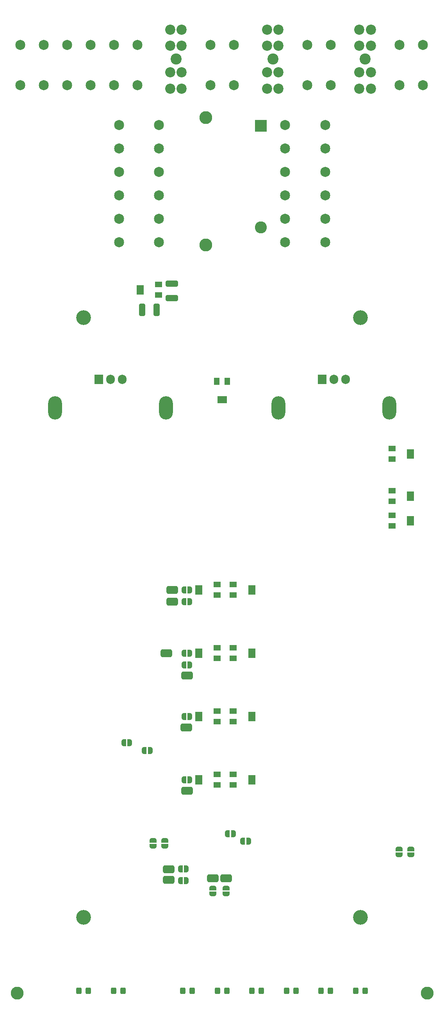
<source format=gbr>
%TF.GenerationSoftware,KiCad,Pcbnew,8.0.2*%
%TF.CreationDate,2024-12-14T16:11:44+01:00*%
%TF.ProjectId,pss_baseboard,7073735f-6261-4736-9562-6f6172642e6b,1.0.0*%
%TF.SameCoordinates,Original*%
%TF.FileFunction,Soldermask,Top*%
%TF.FilePolarity,Negative*%
%FSLAX46Y46*%
G04 Gerber Fmt 4.6, Leading zero omitted, Abs format (unit mm)*
G04 Created by KiCad (PCBNEW 8.0.2) date 2024-12-14 16:11:44*
%MOMM*%
%LPD*%
G01*
G04 APERTURE LIST*
G04 Aperture macros list*
%AMRoundRect*
0 Rectangle with rounded corners*
0 $1 Rounding radius*
0 $2 $3 $4 $5 $6 $7 $8 $9 X,Y pos of 4 corners*
0 Add a 4 corners polygon primitive as box body*
4,1,4,$2,$3,$4,$5,$6,$7,$8,$9,$2,$3,0*
0 Add four circle primitives for the rounded corners*
1,1,$1+$1,$2,$3*
1,1,$1+$1,$4,$5*
1,1,$1+$1,$6,$7*
1,1,$1+$1,$8,$9*
0 Add four rect primitives between the rounded corners*
20,1,$1+$1,$2,$3,$4,$5,0*
20,1,$1+$1,$4,$5,$6,$7,0*
20,1,$1+$1,$6,$7,$8,$9,0*
20,1,$1+$1,$8,$9,$2,$3,0*%
%AMFreePoly0*
4,1,19,0.500000,-0.750000,0.000000,-0.750000,0.000000,-0.744911,-0.071157,-0.744911,-0.207708,-0.704816,-0.327430,-0.627875,-0.420627,-0.520320,-0.479746,-0.390866,-0.500000,-0.250000,-0.500000,0.250000,-0.479746,0.390866,-0.420627,0.520320,-0.327430,0.627875,-0.207708,0.704816,-0.071157,0.744911,0.000000,0.744911,0.000000,0.750000,0.500000,0.750000,0.500000,-0.750000,0.500000,-0.750000,
$1*%
%AMFreePoly1*
4,1,19,0.000000,0.744911,0.071157,0.744911,0.207708,0.704816,0.327430,0.627875,0.420627,0.520320,0.479746,0.390866,0.500000,0.250000,0.500000,-0.250000,0.479746,-0.390866,0.420627,-0.520320,0.327430,-0.627875,0.207708,-0.704816,0.071157,-0.744911,0.000000,-0.744911,0.000000,-0.750000,-0.500000,-0.750000,-0.500000,0.750000,0.000000,0.750000,0.000000,0.744911,0.000000,0.744911,
$1*%
G04 Aperture macros list end*
%ADD10R,1.600000X1.300000*%
%ADD11R,1.600000X2.000000*%
%ADD12C,2.800000*%
%ADD13R,2.600000X2.600000*%
%ADD14C,2.600000*%
%ADD15RoundRect,0.250000X0.325000X0.450000X-0.325000X0.450000X-0.325000X-0.450000X0.325000X-0.450000X0*%
%ADD16C,3.200000*%
%ADD17FreePoly0,270.000000*%
%ADD18FreePoly1,270.000000*%
%ADD19R,1.905000X2.000000*%
%ADD20O,1.905000X2.000000*%
%ADD21O,3.000000X5.050000*%
%ADD22RoundRect,0.250000X-1.075000X0.400000X-1.075000X-0.400000X1.075000X-0.400000X1.075000X0.400000X0*%
%ADD23FreePoly0,180.000000*%
%ADD24FreePoly1,180.000000*%
%ADD25RoundRect,0.426829X-0.823171X-0.448171X0.823171X-0.448171X0.823171X0.448171X-0.823171X0.448171X0*%
%ADD26FreePoly0,0.000000*%
%ADD27FreePoly1,0.000000*%
%ADD28C,2.162000*%
%ADD29RoundRect,0.426829X0.823171X0.448171X-0.823171X0.448171X-0.823171X-0.448171X0.823171X-0.448171X0*%
%ADD30C,2.400000*%
%ADD31C,2.200000*%
%ADD32RoundRect,0.250000X0.400000X1.075000X-0.400000X1.075000X-0.400000X-1.075000X0.400000X-1.075000X0*%
%ADD33R,1.300000X1.600000*%
%ADD34R,2.000000X1.600000*%
G04 APERTURE END LIST*
D10*
%TO.C,RV1202*%
X212445000Y-163898000D03*
D11*
X216445000Y-162748000D03*
D10*
X212445000Y-161598000D03*
%TD*%
D12*
%TO.C,K3501*%
X206447500Y-46700000D03*
X206447500Y-74300000D03*
D13*
X218447500Y-48500000D03*
D14*
X218447500Y-70500000D03*
%TD*%
D15*
%TO.C,D802*%
X211025000Y-235900000D03*
X208975000Y-235900000D03*
%TD*%
D10*
%TO.C,RV1001*%
X208913000Y-189030000D03*
D11*
X204913000Y-190180000D03*
D10*
X208913000Y-191330000D03*
%TD*%
%TO.C,RV1201*%
X208913000Y-161598000D03*
D11*
X204913000Y-162748000D03*
D10*
X208913000Y-163898000D03*
%TD*%
D15*
%TO.C,D803*%
X218525000Y-235900000D03*
X216475000Y-235900000D03*
%TD*%
D16*
%TO.C,REF\u002A\u002A*%
X240000000Y-90000000D03*
%TD*%
D10*
%TO.C,RV501*%
X246862000Y-135196000D03*
D11*
X250862000Y-134046000D03*
D10*
X246862000Y-132896000D03*
%TD*%
%TO.C,RV1301*%
X208913000Y-147882000D03*
D11*
X204913000Y-149032000D03*
D10*
X208913000Y-150182000D03*
%TD*%
D17*
%TO.C,JP803*%
X210889000Y-213660000D03*
D18*
X210889000Y-214960000D03*
%TD*%
D17*
%TO.C,JP801*%
X207968000Y-213660000D03*
D18*
X207968000Y-214960000D03*
%TD*%
D15*
%TO.C,D806*%
X241025000Y-235900000D03*
X238975000Y-235900000D03*
%TD*%
D19*
%TO.C,Q1908*%
X231696000Y-103445000D03*
D20*
X234236000Y-103445000D03*
X236776000Y-103445000D03*
%TD*%
D21*
%TO.C,HS1902*%
X246276000Y-109605000D03*
X222196000Y-109605000D03*
%TD*%
D22*
%TO.C,R1501*%
X199078000Y-82712000D03*
X199078000Y-85812000D03*
%TD*%
D17*
%TO.C,JP1716*%
X248354000Y-205151000D03*
D18*
X248354000Y-206451000D03*
%TD*%
D23*
%TO.C,JP1722*%
X194432000Y-183830000D03*
D24*
X193132000Y-183830000D03*
%TD*%
D17*
%TO.C,JP1703*%
X250894000Y-205151000D03*
D18*
X250894000Y-206451000D03*
%TD*%
D25*
%TO.C,TP902*%
X202380000Y-192593000D03*
%TD*%
D26*
%TO.C,JP120*%
X201730000Y-176464000D03*
D27*
X203030000Y-176464000D03*
%TD*%
D17*
%TO.C,JP125*%
X195070494Y-203330000D03*
D18*
X195070494Y-204630000D03*
%TD*%
D28*
%TO.C,J2002*%
X196347500Y-48300000D03*
X187647500Y-48300000D03*
X196347500Y-53380000D03*
X187647500Y-53380000D03*
X196347500Y-58460000D03*
X187647500Y-58460000D03*
X196347500Y-63540000D03*
X187647500Y-63540000D03*
X196347500Y-68620000D03*
X187647500Y-68620000D03*
X196347500Y-73700000D03*
X187647500Y-73700000D03*
%TD*%
D21*
%TO.C,HS1901*%
X197834130Y-109605000D03*
X173754130Y-109605000D03*
%TD*%
D29*
%TO.C,TP915*%
X198443000Y-211854000D03*
%TD*%
D26*
%TO.C,JP806*%
X200968000Y-209484000D03*
D27*
X202268000Y-209484000D03*
%TD*%
D10*
%TO.C,RV1501*%
X196252000Y-82858000D03*
D11*
X192252000Y-84008000D03*
D10*
X196252000Y-85158000D03*
%TD*%
%TO.C,RV1302*%
X212445000Y-150182000D03*
D11*
X216445000Y-149032000D03*
D10*
X212445000Y-147882000D03*
%TD*%
D16*
%TO.C,REF\u002A\u002A*%
X240000000Y-220000000D03*
%TD*%
D28*
%TO.C,J103*%
X253540000Y-39667500D03*
X253540000Y-30967500D03*
X248460000Y-39667500D03*
X248460000Y-30967500D03*
%TD*%
D12*
%TO.C,REF\u002A\u002A*%
X254450000Y-236430000D03*
%TD*%
D28*
%TO.C,J102*%
X233540000Y-39667500D03*
X233540000Y-30967500D03*
X228460000Y-39667500D03*
X228460000Y-30967500D03*
%TD*%
D15*
%TO.C,D804*%
X226025000Y-235900000D03*
X223975000Y-235900000D03*
%TD*%
D25*
%TO.C,TP905*%
X197935000Y-162748000D03*
%TD*%
D28*
%TO.C,J104*%
X212540000Y-39667500D03*
X212540000Y-30967500D03*
X207460000Y-39667500D03*
X207460000Y-30967500D03*
%TD*%
D10*
%TO.C,RV502*%
X246862000Y-120718000D03*
D11*
X250862000Y-119568000D03*
D10*
X246862000Y-118418000D03*
%TD*%
D26*
%TO.C,JP118*%
X201730000Y-162748000D03*
D27*
X203030000Y-162748000D03*
%TD*%
D26*
%TO.C,JP119*%
X201730000Y-165288000D03*
D27*
X203030000Y-165288000D03*
%TD*%
D26*
%TO.C,JP122*%
X201730000Y-151572000D03*
D27*
X203030000Y-151572000D03*
%TD*%
D25*
%TO.C,TP911*%
X210891000Y-211516000D03*
%TD*%
D23*
%TO.C,JP1715*%
X215768000Y-203515000D03*
D24*
X214468000Y-203515000D03*
%TD*%
D26*
%TO.C,JP117*%
X201730000Y-190180000D03*
D27*
X203030000Y-190180000D03*
%TD*%
D10*
%TO.C,RV503*%
X246862000Y-129862000D03*
D11*
X250862000Y-128712000D03*
D10*
X246862000Y-127562000D03*
%TD*%
D29*
%TO.C,TP916*%
X198443000Y-209611000D03*
%TD*%
D25*
%TO.C,TP908*%
X199205000Y-151572000D03*
%TD*%
%TO.C,TP904*%
X202253000Y-178877000D03*
%TD*%
D15*
%TO.C,D801*%
X203525000Y-235900000D03*
X201475000Y-235900000D03*
%TD*%
D25*
%TO.C,TP906*%
X202380000Y-167574000D03*
%TD*%
D10*
%TO.C,RV1002*%
X212445000Y-191330000D03*
D11*
X216445000Y-190180000D03*
D10*
X212445000Y-189030000D03*
%TD*%
D26*
%TO.C,JP121*%
X201730000Y-149032000D03*
D27*
X203030000Y-149032000D03*
%TD*%
D10*
%TO.C,RV1101*%
X208913000Y-175314000D03*
D11*
X204913000Y-176464000D03*
D10*
X208913000Y-177614000D03*
%TD*%
D16*
%TO.C,REF\u002A\u002A*%
X180000000Y-220000000D03*
%TD*%
D12*
%TO.C,REF\u002A\u002A*%
X165550000Y-236430000D03*
%TD*%
D19*
%TO.C,Q1907*%
X183254130Y-103450000D03*
D20*
X185794130Y-103450000D03*
X188334130Y-103450000D03*
%TD*%
D23*
%TO.C,JP1702*%
X212466000Y-201864000D03*
D24*
X211166000Y-201864000D03*
%TD*%
D28*
%TO.C,J2001*%
X223652500Y-73700000D03*
X232352500Y-73700000D03*
X223652500Y-68620000D03*
X232352500Y-68620000D03*
X223652500Y-63540000D03*
X232352500Y-63540000D03*
X223652500Y-58460000D03*
X232352500Y-58460000D03*
X223652500Y-53380000D03*
X232352500Y-53380000D03*
X223652500Y-48300000D03*
X232352500Y-48300000D03*
%TD*%
D23*
%TO.C,JP1709*%
X189987000Y-182179000D03*
D24*
X188687000Y-182179000D03*
%TD*%
D10*
%TO.C,RV1102*%
X212445000Y-177614000D03*
D11*
X216445000Y-176464000D03*
D10*
X212445000Y-175314000D03*
%TD*%
D30*
%TO.C,F3501*%
X200000000Y-34000000D03*
D31*
X201250000Y-27600000D03*
X198750000Y-27600000D03*
X201250000Y-31100000D03*
X198750000Y-31100000D03*
X201250000Y-36900000D03*
X198750000Y-36900000D03*
X201250000Y-40400000D03*
X198750000Y-40400000D03*
%TD*%
D26*
%TO.C,JP805*%
X200968000Y-212024000D03*
D27*
X202268000Y-212024000D03*
%TD*%
D30*
%TO.C,F1702*%
X221000000Y-34000000D03*
D31*
X219750000Y-40400000D03*
X222250000Y-40400000D03*
X219750000Y-36900000D03*
X222250000Y-36900000D03*
X219750000Y-31100000D03*
X222250000Y-31100000D03*
X219750000Y-27600000D03*
X222250000Y-27600000D03*
%TD*%
D32*
%TO.C,R1502*%
X195802000Y-88326000D03*
X192702000Y-88326000D03*
%TD*%
D33*
%TO.C,RV1901*%
X208850000Y-103852000D03*
D34*
X210000000Y-107852000D03*
D33*
X211150000Y-103852000D03*
%TD*%
D15*
%TO.C,D402*%
X181025000Y-235900000D03*
X178975000Y-235900000D03*
%TD*%
D25*
%TO.C,TP912*%
X207968000Y-211516000D03*
%TD*%
%TO.C,TP907*%
X199205000Y-149032000D03*
%TD*%
D15*
%TO.C,D805*%
X233525000Y-235900000D03*
X231475000Y-235900000D03*
%TD*%
D30*
%TO.C,F1704*%
X241000000Y-34000000D03*
D31*
X239750000Y-40400000D03*
X242250000Y-40400000D03*
X239750000Y-36900000D03*
X242250000Y-36900000D03*
X239750000Y-31100000D03*
X242250000Y-31100000D03*
X239750000Y-27600000D03*
X242250000Y-27600000D03*
%TD*%
D17*
%TO.C,JP126*%
X197610494Y-203330000D03*
D18*
X197610494Y-204630000D03*
%TD*%
D16*
%TO.C,REF\u002A\u002A*%
X180000000Y-90000000D03*
%TD*%
D15*
%TO.C,D401*%
X188525000Y-235900000D03*
X186475000Y-235900000D03*
%TD*%
D28*
%TO.C,J101*%
X191700000Y-39667500D03*
X191700000Y-30967500D03*
X186620000Y-39667500D03*
X186620000Y-30967500D03*
X181540000Y-39667500D03*
X181540000Y-30967500D03*
X176460000Y-39667500D03*
X176460000Y-30967500D03*
X171380000Y-39667500D03*
X171380000Y-30967500D03*
X166300000Y-39667500D03*
X166300000Y-30967500D03*
%TD*%
M02*

</source>
